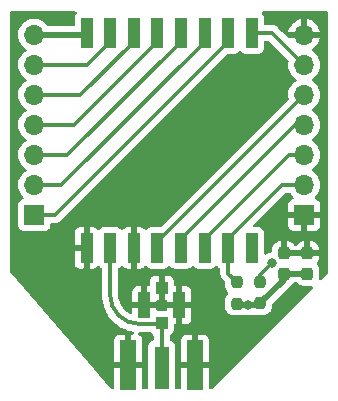
<source format=gtl>
G04 #@! TF.GenerationSoftware,KiCad,Pcbnew,6.0.7+dfsg-1build1*
G04 #@! TF.CreationDate,2022-12-04T12:15:17+01:00*
G04 #@! TF.ProjectId,rfm69w,72666d36-3977-42e6-9b69-6361645f7063,1*
G04 #@! TF.SameCoordinates,Original*
G04 #@! TF.FileFunction,Copper,L1,Top*
G04 #@! TF.FilePolarity,Positive*
%FSLAX46Y46*%
G04 Gerber Fmt 4.6, Leading zero omitted, Abs format (unit mm)*
G04 Created by KiCad (PCBNEW 6.0.7+dfsg-1build1) date 2022-12-04 12:15:17*
%MOMM*%
%LPD*%
G01*
G04 APERTURE LIST*
G04 Aperture macros list*
%AMRoundRect*
0 Rectangle with rounded corners*
0 $1 Rounding radius*
0 $2 $3 $4 $5 $6 $7 $8 $9 X,Y pos of 4 corners*
0 Add a 4 corners polygon primitive as box body*
4,1,4,$2,$3,$4,$5,$6,$7,$8,$9,$2,$3,0*
0 Add four circle primitives for the rounded corners*
1,1,$1+$1,$2,$3*
1,1,$1+$1,$4,$5*
1,1,$1+$1,$6,$7*
1,1,$1+$1,$8,$9*
0 Add four rect primitives between the rounded corners*
20,1,$1+$1,$2,$3,$4,$5,0*
20,1,$1+$1,$4,$5,$6,$7,0*
20,1,$1+$1,$6,$7,$8,$9,0*
20,1,$1+$1,$8,$9,$2,$3,0*%
G04 Aperture macros list end*
G04 #@! TA.AperFunction,SMDPad,CuDef*
%ADD10RoundRect,0.237500X0.237500X-0.300000X0.237500X0.300000X-0.237500X0.300000X-0.237500X-0.300000X0*%
G04 #@! TD*
G04 #@! TA.AperFunction,SMDPad,CuDef*
%ADD11R,1.270000X3.600000*%
G04 #@! TD*
G04 #@! TA.AperFunction,SMDPad,CuDef*
%ADD12R,1.350000X4.200000*%
G04 #@! TD*
G04 #@! TA.AperFunction,SMDPad,CuDef*
%ADD13R,1.000000X2.500000*%
G04 #@! TD*
G04 #@! TA.AperFunction,SMDPad,CuDef*
%ADD14RoundRect,0.237500X0.237500X-0.250000X0.237500X0.250000X-0.237500X0.250000X-0.237500X-0.250000X0*%
G04 #@! TD*
G04 #@! TA.AperFunction,SMDPad,CuDef*
%ADD15R,1.000000X1.000000*%
G04 #@! TD*
G04 #@! TA.AperFunction,SMDPad,CuDef*
%ADD16R,1.050000X2.200000*%
G04 #@! TD*
G04 #@! TA.AperFunction,ComponentPad*
%ADD17R,1.700000X1.700000*%
G04 #@! TD*
G04 #@! TA.AperFunction,ComponentPad*
%ADD18O,1.700000X1.700000*%
G04 #@! TD*
G04 #@! TA.AperFunction,ViaPad*
%ADD19C,0.800000*%
G04 #@! TD*
G04 #@! TA.AperFunction,Conductor*
%ADD20C,0.300000*%
G04 #@! TD*
G04 #@! TA.AperFunction,Conductor*
%ADD21C,0.500000*%
G04 #@! TD*
G04 #@! TA.AperFunction,Conductor*
%ADD22C,0.360000*%
G04 #@! TD*
G04 APERTURE END LIST*
D10*
X112710000Y-67177500D03*
X112710000Y-65452500D03*
D11*
X100365000Y-75150000D03*
D12*
X97540000Y-74950000D03*
X103190000Y-74950000D03*
D13*
X108000000Y-46800000D03*
X106000000Y-46800000D03*
X104000000Y-46800000D03*
X102000000Y-46800000D03*
X100000000Y-46800000D03*
X98000000Y-46800000D03*
X96000000Y-46800000D03*
X94000000Y-46800000D03*
X94000000Y-65000000D03*
X96000000Y-65000000D03*
X98000000Y-65000000D03*
X100000000Y-65000000D03*
X102000000Y-65000000D03*
X104000000Y-65000000D03*
X106000000Y-65000000D03*
X108000000Y-65000000D03*
D14*
X108710000Y-69710000D03*
X108710000Y-67885000D03*
D10*
X110710000Y-67177500D03*
X110710000Y-65452500D03*
D14*
X106710000Y-69727500D03*
X106710000Y-67902500D03*
D15*
X100365000Y-71370000D03*
D16*
X98890000Y-69870000D03*
D15*
X100365000Y-68370000D03*
D16*
X101840000Y-69870000D03*
D17*
X112430000Y-62215000D03*
D18*
X112430000Y-59675000D03*
X112430000Y-57135000D03*
X112430000Y-54595000D03*
X112430000Y-52055000D03*
X112430000Y-49515000D03*
X112430000Y-46975000D03*
D17*
X89570000Y-62215000D03*
D18*
X89570000Y-59675000D03*
X89570000Y-57135000D03*
X89570000Y-54595000D03*
X89570000Y-52055000D03*
X89570000Y-49515000D03*
X89570000Y-46975000D03*
D19*
X88300000Y-64815000D03*
X105445000Y-74975000D03*
X103540000Y-71800000D03*
X109890000Y-49575000D03*
X97190000Y-68625000D03*
X90840000Y-64815000D03*
X103540000Y-68625000D03*
X95285000Y-74975000D03*
X109710000Y-66315000D03*
X107710000Y-69815000D03*
D20*
X111115000Y-57135000D02*
X112430000Y-57135000D01*
X104000000Y-65000000D02*
X104000000Y-64250000D01*
X104000000Y-64250000D02*
X111115000Y-57135000D01*
X102000000Y-65000000D02*
X102000000Y-64250000D01*
X111655000Y-54595000D02*
X112430000Y-54595000D01*
X102000000Y-64250000D02*
X111655000Y-54595000D01*
X100000000Y-64485000D02*
X112430000Y-52055000D01*
X100000000Y-65000000D02*
X100000000Y-64485000D01*
X110575000Y-59675000D02*
X112430000Y-59675000D01*
X106000000Y-64250000D02*
X110575000Y-59675000D01*
X106710000Y-67902500D02*
X106000000Y-67192500D01*
X106000000Y-67192500D02*
X106000000Y-65000000D01*
X106000000Y-65000000D02*
X106000000Y-64250000D01*
X108710000Y-67315000D02*
X109710000Y-66315000D01*
X108000000Y-46800000D02*
X109715000Y-46800000D01*
X109715000Y-46800000D02*
X112430000Y-49515000D01*
X108710000Y-67885000D02*
X108710000Y-67315000D01*
X96000000Y-46800000D02*
X96000000Y-47550000D01*
X96000000Y-47550000D02*
X94000000Y-49550000D01*
X94000000Y-49550000D02*
X89570000Y-49550000D01*
X102000000Y-47550000D02*
X92380000Y-57170000D01*
X102000000Y-46800000D02*
X102000000Y-47550000D01*
X92380000Y-57170000D02*
X89570000Y-57170000D01*
X104000000Y-46800000D02*
X104000000Y-47550000D01*
X104000000Y-47550000D02*
X91840000Y-59710000D01*
X91840000Y-59710000D02*
X89570000Y-59710000D01*
X106000000Y-46800000D02*
X106000000Y-47550000D01*
X91300000Y-62250000D02*
X89570000Y-62250000D01*
X106000000Y-47550000D02*
X91300000Y-62250000D01*
D21*
X107710000Y-69815000D02*
X106797500Y-69815000D01*
X93790000Y-47010000D02*
X94000000Y-46800000D01*
X108710000Y-69710000D02*
X110710000Y-67710000D01*
X108605000Y-69815000D02*
X108710000Y-69710000D01*
X89570000Y-47010000D02*
X93790000Y-47010000D01*
X107710000Y-69815000D02*
X108605000Y-69815000D01*
X110710000Y-67177500D02*
X112710000Y-67177500D01*
X106797500Y-69815000D02*
X106710000Y-69727500D01*
X110710000Y-67710000D02*
X110710000Y-67177500D01*
D20*
X98000000Y-46800000D02*
X98000000Y-47550000D01*
X98000000Y-47550000D02*
X93460000Y-52090000D01*
X93460000Y-52090000D02*
X89570000Y-52090000D01*
X92920000Y-54630000D02*
X89570000Y-54630000D01*
X100000000Y-46800000D02*
X100000000Y-47550000D01*
X100000000Y-47550000D02*
X92920000Y-54630000D01*
D22*
X96000000Y-68974695D02*
X96000000Y-65000000D01*
X100228431Y-71450000D02*
X98475304Y-71450000D01*
X100365000Y-71426568D02*
X100365000Y-75150000D01*
X98475304Y-71449997D02*
G75*
G02*
X96725001Y-70724999I-4J2475297D01*
G01*
X96724999Y-70725001D02*
G75*
G02*
X96000000Y-68974695I1750301J1750301D01*
G01*
X100228431Y-71450013D02*
G75*
G03*
X100325000Y-71410000I-31J136613D01*
G01*
X100325054Y-71410054D02*
G75*
G02*
X100365000Y-71426568I16546J-16546D01*
G01*
G04 #@! TA.AperFunction,Conductor*
G36*
X93110708Y-44998502D02*
G01*
X93157201Y-45052158D01*
X93167305Y-45122432D01*
X93138558Y-45185375D01*
X93136739Y-45186739D01*
X93049385Y-45303295D01*
X92998255Y-45439684D01*
X92991500Y-45501866D01*
X92991500Y-46125500D01*
X92971498Y-46193621D01*
X92917842Y-46240114D01*
X92865500Y-46251500D01*
X90788582Y-46251500D01*
X90720461Y-46231498D01*
X90682791Y-46193941D01*
X90652824Y-46147620D01*
X90652822Y-46147617D01*
X90650014Y-46143277D01*
X90499670Y-45978051D01*
X90495619Y-45974852D01*
X90495615Y-45974848D01*
X90328414Y-45842800D01*
X90328410Y-45842798D01*
X90324359Y-45839598D01*
X90288028Y-45819542D01*
X90272136Y-45810769D01*
X90128789Y-45731638D01*
X90123920Y-45729914D01*
X90123916Y-45729912D01*
X89923087Y-45658795D01*
X89923083Y-45658794D01*
X89918212Y-45657069D01*
X89913119Y-45656162D01*
X89913116Y-45656161D01*
X89703373Y-45618800D01*
X89703367Y-45618799D01*
X89698284Y-45617894D01*
X89624452Y-45616992D01*
X89480081Y-45615228D01*
X89480079Y-45615228D01*
X89474911Y-45615165D01*
X89254091Y-45648955D01*
X89041756Y-45718357D01*
X88843607Y-45821507D01*
X88839474Y-45824610D01*
X88839471Y-45824612D01*
X88815247Y-45842800D01*
X88664965Y-45955635D01*
X88510629Y-46117138D01*
X88507715Y-46121410D01*
X88507714Y-46121411D01*
X88450609Y-46205124D01*
X88384743Y-46301680D01*
X88290688Y-46504305D01*
X88230989Y-46719570D01*
X88207251Y-46941695D01*
X88220110Y-47164715D01*
X88221247Y-47169761D01*
X88221248Y-47169767D01*
X88234597Y-47229000D01*
X88269222Y-47382639D01*
X88315011Y-47495405D01*
X88351189Y-47584500D01*
X88353266Y-47589616D01*
X88469987Y-47780088D01*
X88616250Y-47948938D01*
X88788126Y-48091632D01*
X88858595Y-48132811D01*
X88861445Y-48134476D01*
X88910169Y-48186114D01*
X88923240Y-48255897D01*
X88896509Y-48321669D01*
X88856055Y-48355027D01*
X88843607Y-48361507D01*
X88839474Y-48364610D01*
X88839471Y-48364612D01*
X88774677Y-48413261D01*
X88664965Y-48495635D01*
X88510629Y-48657138D01*
X88507715Y-48661410D01*
X88507714Y-48661411D01*
X88435678Y-48767012D01*
X88384743Y-48841680D01*
X88290688Y-49044305D01*
X88230989Y-49259570D01*
X88207251Y-49481695D01*
X88207548Y-49486848D01*
X88207548Y-49486851D01*
X88213011Y-49581590D01*
X88220110Y-49704715D01*
X88221247Y-49709761D01*
X88221248Y-49709767D01*
X88241119Y-49797939D01*
X88269222Y-49922639D01*
X88353266Y-50129616D01*
X88469987Y-50320088D01*
X88616250Y-50488938D01*
X88788126Y-50631632D01*
X88858595Y-50672811D01*
X88861445Y-50674476D01*
X88910169Y-50726114D01*
X88923240Y-50795897D01*
X88896509Y-50861669D01*
X88856055Y-50895027D01*
X88843607Y-50901507D01*
X88839474Y-50904610D01*
X88839471Y-50904612D01*
X88815247Y-50922800D01*
X88664965Y-51035635D01*
X88510629Y-51197138D01*
X88384743Y-51381680D01*
X88290688Y-51584305D01*
X88230989Y-51799570D01*
X88207251Y-52021695D01*
X88207548Y-52026848D01*
X88207548Y-52026851D01*
X88213011Y-52121590D01*
X88220110Y-52244715D01*
X88221247Y-52249761D01*
X88221248Y-52249767D01*
X88241119Y-52337939D01*
X88269222Y-52462639D01*
X88353266Y-52669616D01*
X88469987Y-52860088D01*
X88616250Y-53028938D01*
X88788126Y-53171632D01*
X88858595Y-53212811D01*
X88861445Y-53214476D01*
X88910169Y-53266114D01*
X88923240Y-53335897D01*
X88896509Y-53401669D01*
X88856055Y-53435027D01*
X88843607Y-53441507D01*
X88839474Y-53444610D01*
X88839471Y-53444612D01*
X88815247Y-53462800D01*
X88664965Y-53575635D01*
X88510629Y-53737138D01*
X88384743Y-53921680D01*
X88290688Y-54124305D01*
X88230989Y-54339570D01*
X88207251Y-54561695D01*
X88207548Y-54566848D01*
X88207548Y-54566851D01*
X88213011Y-54661590D01*
X88220110Y-54784715D01*
X88221247Y-54789761D01*
X88221248Y-54789767D01*
X88241119Y-54877939D01*
X88269222Y-55002639D01*
X88353266Y-55209616D01*
X88469987Y-55400088D01*
X88616250Y-55568938D01*
X88788126Y-55711632D01*
X88858595Y-55752811D01*
X88861445Y-55754476D01*
X88910169Y-55806114D01*
X88923240Y-55875897D01*
X88896509Y-55941669D01*
X88856055Y-55975027D01*
X88843607Y-55981507D01*
X88839474Y-55984610D01*
X88839471Y-55984612D01*
X88815247Y-56002800D01*
X88664965Y-56115635D01*
X88510629Y-56277138D01*
X88384743Y-56461680D01*
X88290688Y-56664305D01*
X88230989Y-56879570D01*
X88207251Y-57101695D01*
X88207548Y-57106848D01*
X88207548Y-57106851D01*
X88213011Y-57201590D01*
X88220110Y-57324715D01*
X88221247Y-57329761D01*
X88221248Y-57329767D01*
X88241119Y-57417939D01*
X88269222Y-57542639D01*
X88353266Y-57749616D01*
X88469987Y-57940088D01*
X88616250Y-58108938D01*
X88788126Y-58251632D01*
X88858595Y-58292811D01*
X88861445Y-58294476D01*
X88910169Y-58346114D01*
X88923240Y-58415897D01*
X88896509Y-58481669D01*
X88856055Y-58515027D01*
X88843607Y-58521507D01*
X88839474Y-58524610D01*
X88839471Y-58524612D01*
X88815247Y-58542800D01*
X88664965Y-58655635D01*
X88510629Y-58817138D01*
X88384743Y-59001680D01*
X88354954Y-59065855D01*
X88315642Y-59150547D01*
X88290688Y-59204305D01*
X88230989Y-59419570D01*
X88207251Y-59641695D01*
X88207548Y-59646848D01*
X88207548Y-59646851D01*
X88213011Y-59741590D01*
X88220110Y-59864715D01*
X88221247Y-59869761D01*
X88221248Y-59869767D01*
X88241119Y-59957939D01*
X88269222Y-60082639D01*
X88353266Y-60289616D01*
X88355965Y-60294020D01*
X88467291Y-60475688D01*
X88469987Y-60480088D01*
X88616250Y-60648938D01*
X88620230Y-60652242D01*
X88624981Y-60656187D01*
X88664616Y-60715090D01*
X88666113Y-60786071D01*
X88628997Y-60846593D01*
X88588725Y-60871112D01*
X88500095Y-60904338D01*
X88473295Y-60914385D01*
X88356739Y-61001739D01*
X88269385Y-61118295D01*
X88218255Y-61254684D01*
X88211500Y-61316866D01*
X88211500Y-63113134D01*
X88218255Y-63175316D01*
X88269385Y-63311705D01*
X88356739Y-63428261D01*
X88473295Y-63515615D01*
X88609684Y-63566745D01*
X88671866Y-63573500D01*
X90468134Y-63573500D01*
X90530316Y-63566745D01*
X90666705Y-63515615D01*
X90783261Y-63428261D01*
X90870615Y-63311705D01*
X90921745Y-63175316D01*
X90928500Y-63113134D01*
X90928500Y-63034500D01*
X90948502Y-62966379D01*
X91002158Y-62919886D01*
X91054500Y-62908500D01*
X91217944Y-62908500D01*
X91229800Y-62909059D01*
X91229803Y-62909059D01*
X91237537Y-62910788D01*
X91308369Y-62908562D01*
X91312327Y-62908500D01*
X91341432Y-62908500D01*
X91345832Y-62907944D01*
X91357664Y-62907012D01*
X91403831Y-62905562D01*
X91424421Y-62899580D01*
X91443782Y-62895570D01*
X91450770Y-62894688D01*
X91457204Y-62893875D01*
X91457205Y-62893875D01*
X91465064Y-62892882D01*
X91472429Y-62889966D01*
X91472433Y-62889965D01*
X91508021Y-62875874D01*
X91519231Y-62872035D01*
X91563600Y-62859145D01*
X91582065Y-62848225D01*
X91599805Y-62839534D01*
X91619756Y-62831635D01*
X91657129Y-62804482D01*
X91667048Y-62797967D01*
X91699977Y-62778493D01*
X91699981Y-62778490D01*
X91706807Y-62774453D01*
X91721971Y-62759289D01*
X91737005Y-62746448D01*
X91747943Y-62738501D01*
X91754357Y-62733841D01*
X91783803Y-62698247D01*
X91791792Y-62689468D01*
X98803411Y-55677849D01*
X105885854Y-48595405D01*
X105948166Y-48561379D01*
X105974949Y-48558500D01*
X106548134Y-48558500D01*
X106610316Y-48551745D01*
X106746705Y-48500615D01*
X106863261Y-48413261D01*
X106899176Y-48365340D01*
X106956033Y-48322827D01*
X107026851Y-48317801D01*
X107089145Y-48351861D01*
X107100817Y-48365330D01*
X107136739Y-48413261D01*
X107253295Y-48500615D01*
X107389684Y-48551745D01*
X107451866Y-48558500D01*
X108548134Y-48558500D01*
X108610316Y-48551745D01*
X108746705Y-48500615D01*
X108863261Y-48413261D01*
X108950615Y-48296705D01*
X109001745Y-48160316D01*
X109008500Y-48098134D01*
X109008500Y-47584500D01*
X109028502Y-47516379D01*
X109082158Y-47469886D01*
X109134500Y-47458500D01*
X109390050Y-47458500D01*
X109458171Y-47478502D01*
X109479145Y-47495405D01*
X111072101Y-49088361D01*
X111106127Y-49150673D01*
X111104424Y-49211125D01*
X111090989Y-49259570D01*
X111067251Y-49481695D01*
X111067548Y-49486848D01*
X111067548Y-49486851D01*
X111073011Y-49581590D01*
X111080110Y-49704715D01*
X111081247Y-49709761D01*
X111081248Y-49709767D01*
X111101119Y-49797939D01*
X111129222Y-49922639D01*
X111213266Y-50129616D01*
X111329987Y-50320088D01*
X111476250Y-50488938D01*
X111648126Y-50631632D01*
X111718595Y-50672811D01*
X111721445Y-50674476D01*
X111770169Y-50726114D01*
X111783240Y-50795897D01*
X111756509Y-50861669D01*
X111716055Y-50895027D01*
X111703607Y-50901507D01*
X111699474Y-50904610D01*
X111699471Y-50904612D01*
X111675247Y-50922800D01*
X111524965Y-51035635D01*
X111370629Y-51197138D01*
X111244743Y-51381680D01*
X111150688Y-51584305D01*
X111090989Y-51799570D01*
X111067251Y-52021695D01*
X111067548Y-52026848D01*
X111067548Y-52026851D01*
X111073011Y-52121590D01*
X111080110Y-52244715D01*
X111081247Y-52249762D01*
X111081248Y-52249766D01*
X111095635Y-52313606D01*
X111102276Y-52343069D01*
X111106951Y-52363815D01*
X111102415Y-52434666D01*
X111073129Y-52480611D01*
X100349145Y-63204595D01*
X100286833Y-63238621D01*
X100260050Y-63241500D01*
X99451866Y-63241500D01*
X99389684Y-63248255D01*
X99253295Y-63299385D01*
X99136739Y-63386739D01*
X99131358Y-63393919D01*
X99100514Y-63435074D01*
X99043655Y-63477589D01*
X98972836Y-63482615D01*
X98910543Y-63448555D01*
X98898862Y-63435075D01*
X98868283Y-63394274D01*
X98855724Y-63381715D01*
X98753649Y-63305214D01*
X98738054Y-63296676D01*
X98617606Y-63251522D01*
X98602351Y-63247895D01*
X98551486Y-63242369D01*
X98544672Y-63242000D01*
X98272115Y-63242000D01*
X98256876Y-63246475D01*
X98255671Y-63247865D01*
X98254000Y-63255548D01*
X98254000Y-66739884D01*
X98258475Y-66755123D01*
X98259865Y-66756328D01*
X98267548Y-66757999D01*
X98544669Y-66757999D01*
X98551490Y-66757629D01*
X98602352Y-66752105D01*
X98617604Y-66748479D01*
X98738054Y-66703324D01*
X98753649Y-66694786D01*
X98855724Y-66618285D01*
X98868283Y-66605726D01*
X98898862Y-66564925D01*
X98955722Y-66522411D01*
X99026540Y-66517386D01*
X99088834Y-66551446D01*
X99100513Y-66564925D01*
X99136739Y-66613261D01*
X99253295Y-66700615D01*
X99389684Y-66751745D01*
X99451866Y-66758500D01*
X100548134Y-66758500D01*
X100610316Y-66751745D01*
X100746705Y-66700615D01*
X100863261Y-66613261D01*
X100899176Y-66565340D01*
X100956033Y-66522827D01*
X101026851Y-66517801D01*
X101089145Y-66551861D01*
X101100817Y-66565330D01*
X101136739Y-66613261D01*
X101253295Y-66700615D01*
X101389684Y-66751745D01*
X101451866Y-66758500D01*
X102548134Y-66758500D01*
X102610316Y-66751745D01*
X102746705Y-66700615D01*
X102863261Y-66613261D01*
X102899176Y-66565340D01*
X102956033Y-66522827D01*
X103026851Y-66517801D01*
X103089145Y-66551861D01*
X103100817Y-66565330D01*
X103136739Y-66613261D01*
X103253295Y-66700615D01*
X103389684Y-66751745D01*
X103451866Y-66758500D01*
X104548134Y-66758500D01*
X104610316Y-66751745D01*
X104746705Y-66700615D01*
X104863261Y-66613261D01*
X104899176Y-66565340D01*
X104956033Y-66522827D01*
X105026851Y-66517801D01*
X105089145Y-66551861D01*
X105100817Y-66565330D01*
X105136739Y-66613261D01*
X105253295Y-66700615D01*
X105261704Y-66703767D01*
X105269575Y-66708077D01*
X105268664Y-66709741D01*
X105316490Y-66745663D01*
X105341193Y-66812224D01*
X105341500Y-66821009D01*
X105341500Y-67110444D01*
X105340941Y-67122300D01*
X105339212Y-67130037D01*
X105339461Y-67137959D01*
X105341438Y-67200869D01*
X105341500Y-67204827D01*
X105341500Y-67233932D01*
X105342056Y-67238332D01*
X105342988Y-67250164D01*
X105344438Y-67296331D01*
X105350039Y-67315607D01*
X105350419Y-67316916D01*
X105354430Y-67336282D01*
X105357118Y-67357564D01*
X105360034Y-67364929D01*
X105360035Y-67364933D01*
X105374126Y-67400521D01*
X105377965Y-67411731D01*
X105390855Y-67456100D01*
X105401775Y-67474565D01*
X105410466Y-67492305D01*
X105418365Y-67512256D01*
X105431454Y-67530271D01*
X105445516Y-67549626D01*
X105452033Y-67559548D01*
X105471507Y-67592477D01*
X105471510Y-67592481D01*
X105475547Y-67599307D01*
X105490711Y-67614471D01*
X105503551Y-67629504D01*
X105516159Y-67646857D01*
X105537319Y-67664362D01*
X105551752Y-67676302D01*
X105560532Y-67684292D01*
X105689595Y-67813355D01*
X105723621Y-67875667D01*
X105726500Y-67902450D01*
X105726500Y-68202072D01*
X105726837Y-68205318D01*
X105726837Y-68205322D01*
X105735315Y-68287026D01*
X105737293Y-68306093D01*
X105792346Y-68471107D01*
X105883884Y-68619031D01*
X105889066Y-68624204D01*
X105990786Y-68725747D01*
X106024865Y-68788030D01*
X106019862Y-68858850D01*
X105990941Y-68903937D01*
X105888246Y-69006812D01*
X105888242Y-69006817D01*
X105883071Y-69011997D01*
X105791791Y-69160080D01*
X105737026Y-69325191D01*
X105736326Y-69332027D01*
X105736325Y-69332030D01*
X105731615Y-69378000D01*
X105726500Y-69427928D01*
X105726500Y-70027072D01*
X105737293Y-70131093D01*
X105739474Y-70137629D01*
X105739474Y-70137631D01*
X105754938Y-70183983D01*
X105792346Y-70296107D01*
X105883884Y-70444031D01*
X105889066Y-70449204D01*
X106001816Y-70561758D01*
X106001821Y-70561762D01*
X106006997Y-70566929D01*
X106013227Y-70570769D01*
X106013228Y-70570770D01*
X106137451Y-70647342D01*
X106155080Y-70658209D01*
X106320191Y-70712974D01*
X106327027Y-70713674D01*
X106327030Y-70713675D01*
X106378526Y-70718951D01*
X106422928Y-70723500D01*
X106997072Y-70723500D01*
X107000318Y-70723163D01*
X107000322Y-70723163D01*
X107094235Y-70713419D01*
X107094239Y-70713418D01*
X107101093Y-70712707D01*
X107107629Y-70710526D01*
X107107631Y-70710526D01*
X107187756Y-70683794D01*
X107266107Y-70657654D01*
X107266110Y-70657664D01*
X107333275Y-70647342D01*
X107367801Y-70657120D01*
X107427712Y-70683794D01*
X107521112Y-70703647D01*
X107608056Y-70722128D01*
X107608061Y-70722128D01*
X107614513Y-70723500D01*
X107805487Y-70723500D01*
X107811939Y-70722128D01*
X107811944Y-70722128D01*
X107898888Y-70703647D01*
X107992288Y-70683794D01*
X108049940Y-70658126D01*
X108072656Y-70648012D01*
X108143023Y-70638578D01*
X108163572Y-70643526D01*
X108213147Y-70659969D01*
X108320191Y-70695474D01*
X108327027Y-70696174D01*
X108327030Y-70696175D01*
X108370359Y-70700614D01*
X108422928Y-70706000D01*
X108997072Y-70706000D01*
X109000318Y-70705663D01*
X109000322Y-70705663D01*
X109094235Y-70695919D01*
X109094239Y-70695918D01*
X109101093Y-70695207D01*
X109107629Y-70693026D01*
X109107631Y-70693026D01*
X109259159Y-70642472D01*
X109266107Y-70640154D01*
X109414031Y-70548616D01*
X109491968Y-70470543D01*
X109531758Y-70430684D01*
X109531762Y-70430679D01*
X109536929Y-70425503D01*
X109588711Y-70341498D01*
X109624369Y-70283650D01*
X109624370Y-70283648D01*
X109628209Y-70277420D01*
X109682974Y-70112309D01*
X109693500Y-70009572D01*
X109693500Y-69851371D01*
X109713502Y-69783250D01*
X109730405Y-69762276D01*
X111198911Y-68293770D01*
X111213323Y-68281384D01*
X111224918Y-68272851D01*
X111224923Y-68272846D01*
X111230818Y-68268508D01*
X111235557Y-68262930D01*
X111235560Y-68262927D01*
X111265035Y-68228232D01*
X111271965Y-68220716D01*
X111277660Y-68215021D01*
X111295281Y-68192749D01*
X111298072Y-68189345D01*
X111340591Y-68139297D01*
X111340592Y-68139295D01*
X111345333Y-68133715D01*
X111348663Y-68127194D01*
X111352033Y-68122141D01*
X111354064Y-68118853D01*
X111356018Y-68116897D01*
X111359135Y-68112042D01*
X111359713Y-68111311D01*
X111360767Y-68112144D01*
X111394964Y-68077916D01*
X111407805Y-68069970D01*
X111407812Y-68069964D01*
X111414031Y-68066116D01*
X111419204Y-68060934D01*
X111507002Y-67972983D01*
X111569284Y-67938903D01*
X111596175Y-67936000D01*
X111823712Y-67936000D01*
X111891833Y-67956002D01*
X111912729Y-67972827D01*
X112001812Y-68061754D01*
X112001817Y-68061758D01*
X112006997Y-68066929D01*
X112013227Y-68070769D01*
X112013228Y-68070770D01*
X112115344Y-68133715D01*
X112155080Y-68158209D01*
X112320191Y-68212974D01*
X112327027Y-68213674D01*
X112327030Y-68213675D01*
X112378526Y-68218951D01*
X112422928Y-68223500D01*
X112997072Y-68223500D01*
X113000315Y-68223164D01*
X113000325Y-68223163D01*
X113045921Y-68218432D01*
X113115742Y-68231297D01*
X113167524Y-68279868D01*
X113184826Y-68348725D01*
X113162155Y-68416004D01*
X113148019Y-68432854D01*
X104636278Y-76944595D01*
X104573966Y-76978621D01*
X104547183Y-76981500D01*
X104499000Y-76981500D01*
X104430879Y-76961498D01*
X104384386Y-76907842D01*
X104373000Y-76855500D01*
X104373000Y-75222115D01*
X104368525Y-75206876D01*
X104367135Y-75205671D01*
X104359452Y-75204000D01*
X102025116Y-75204000D01*
X102009877Y-75208475D01*
X102008672Y-75209865D01*
X102007001Y-75217548D01*
X102007001Y-76855500D01*
X101986999Y-76923621D01*
X101933343Y-76970114D01*
X101881001Y-76981500D01*
X101634500Y-76981500D01*
X101566379Y-76961498D01*
X101519886Y-76907842D01*
X101508500Y-76855500D01*
X101508500Y-74677885D01*
X102007000Y-74677885D01*
X102011475Y-74693124D01*
X102012865Y-74694329D01*
X102020548Y-74696000D01*
X102917885Y-74696000D01*
X102933124Y-74691525D01*
X102934329Y-74690135D01*
X102936000Y-74682452D01*
X102936000Y-74677885D01*
X103444000Y-74677885D01*
X103448475Y-74693124D01*
X103449865Y-74694329D01*
X103457548Y-74696000D01*
X104354884Y-74696000D01*
X104370123Y-74691525D01*
X104371328Y-74690135D01*
X104372999Y-74682452D01*
X104372999Y-72805331D01*
X104372629Y-72798510D01*
X104367105Y-72747648D01*
X104363479Y-72732396D01*
X104318324Y-72611946D01*
X104309786Y-72596351D01*
X104233285Y-72494276D01*
X104220724Y-72481715D01*
X104118649Y-72405214D01*
X104103054Y-72396676D01*
X103982606Y-72351522D01*
X103967351Y-72347895D01*
X103916486Y-72342369D01*
X103909672Y-72342000D01*
X103462115Y-72342000D01*
X103446876Y-72346475D01*
X103445671Y-72347865D01*
X103444000Y-72355548D01*
X103444000Y-74677885D01*
X102936000Y-74677885D01*
X102936000Y-72360116D01*
X102931525Y-72344877D01*
X102930135Y-72343672D01*
X102922452Y-72342001D01*
X102470331Y-72342001D01*
X102463510Y-72342371D01*
X102412648Y-72347895D01*
X102397396Y-72351521D01*
X102276946Y-72396676D01*
X102261351Y-72405214D01*
X102159276Y-72481715D01*
X102146715Y-72494276D01*
X102070214Y-72596351D01*
X102061676Y-72611946D01*
X102016522Y-72732394D01*
X102012895Y-72747649D01*
X102007369Y-72798514D01*
X102007000Y-72805328D01*
X102007000Y-74677885D01*
X101508500Y-74677885D01*
X101508500Y-73301866D01*
X101501745Y-73239684D01*
X101450615Y-73103295D01*
X101363261Y-72986739D01*
X101246705Y-72899385D01*
X101238296Y-72896233D01*
X101238295Y-72896232D01*
X101135271Y-72857610D01*
X101078506Y-72814969D01*
X101053806Y-72748407D01*
X101053500Y-72739628D01*
X101053500Y-72425695D01*
X101073502Y-72357574D01*
X101112301Y-72321410D01*
X101111705Y-72320615D01*
X101221081Y-72238642D01*
X101228261Y-72233261D01*
X101315615Y-72116705D01*
X101366745Y-71980316D01*
X101373500Y-71918134D01*
X101373500Y-71604000D01*
X101393502Y-71535879D01*
X101447158Y-71489386D01*
X101499500Y-71478000D01*
X101567885Y-71478000D01*
X101583124Y-71473525D01*
X101584329Y-71472135D01*
X101586000Y-71464452D01*
X101586000Y-71459884D01*
X102094000Y-71459884D01*
X102098475Y-71475123D01*
X102099865Y-71476328D01*
X102107548Y-71477999D01*
X102409669Y-71477999D01*
X102416490Y-71477629D01*
X102467352Y-71472105D01*
X102482604Y-71468479D01*
X102603054Y-71423324D01*
X102618649Y-71414786D01*
X102720724Y-71338285D01*
X102733285Y-71325724D01*
X102809786Y-71223649D01*
X102818324Y-71208054D01*
X102863478Y-71087606D01*
X102867105Y-71072351D01*
X102872631Y-71021486D01*
X102873000Y-71014672D01*
X102873000Y-70142115D01*
X102868525Y-70126876D01*
X102867135Y-70125671D01*
X102859452Y-70124000D01*
X102112115Y-70124000D01*
X102096876Y-70128475D01*
X102095671Y-70129865D01*
X102094000Y-70137548D01*
X102094000Y-71459884D01*
X101586000Y-71459884D01*
X101586000Y-70142115D01*
X101581525Y-70126876D01*
X101580135Y-70125671D01*
X101572452Y-70124000D01*
X100825115Y-70124000D01*
X100809876Y-70128475D01*
X100808671Y-70129865D01*
X100807000Y-70137548D01*
X100807000Y-70235500D01*
X100786998Y-70303621D01*
X100733342Y-70350114D01*
X100681000Y-70361500D01*
X100048999Y-70361500D01*
X99980878Y-70341498D01*
X99934385Y-70287842D01*
X99922999Y-70235500D01*
X99922999Y-70142116D01*
X99918524Y-70126876D01*
X99917134Y-70125671D01*
X99909451Y-70124000D01*
X97875116Y-70124000D01*
X97859877Y-70128475D01*
X97858672Y-70129865D01*
X97857001Y-70137548D01*
X97857001Y-70455151D01*
X97836999Y-70523272D01*
X97783343Y-70569765D01*
X97713069Y-70579869D01*
X97675273Y-70568157D01*
X97589310Y-70525765D01*
X97575036Y-70517524D01*
X97394437Y-70396852D01*
X97381361Y-70386819D01*
X97270001Y-70289159D01*
X97243995Y-70266352D01*
X97227115Y-70248328D01*
X97220528Y-70239744D01*
X97214597Y-70234992D01*
X97204646Y-70227019D01*
X97188697Y-70211765D01*
X97063179Y-70068640D01*
X97053146Y-70055564D01*
X96932473Y-69874965D01*
X96924232Y-69860691D01*
X96828163Y-69665882D01*
X96821856Y-69650655D01*
X96803943Y-69597885D01*
X97857000Y-69597885D01*
X97861475Y-69613124D01*
X97862865Y-69614329D01*
X97870548Y-69616000D01*
X98617885Y-69616000D01*
X98633124Y-69611525D01*
X98634329Y-69610135D01*
X98636000Y-69602452D01*
X98636000Y-69597885D01*
X99144000Y-69597885D01*
X99148475Y-69613124D01*
X99149865Y-69614329D01*
X99157548Y-69616000D01*
X99904884Y-69616000D01*
X99920123Y-69611525D01*
X99921328Y-69610135D01*
X99922999Y-69602452D01*
X99922999Y-69504000D01*
X99943001Y-69435879D01*
X99996657Y-69389386D01*
X100048999Y-69378000D01*
X100092885Y-69378000D01*
X100108124Y-69373525D01*
X100109329Y-69372135D01*
X100111000Y-69364452D01*
X100111000Y-69359884D01*
X100619000Y-69359884D01*
X100623475Y-69375123D01*
X100624865Y-69376328D01*
X100632548Y-69377999D01*
X100681000Y-69377999D01*
X100749121Y-69398001D01*
X100795614Y-69451657D01*
X100807000Y-69503999D01*
X100807000Y-69597885D01*
X100811475Y-69613124D01*
X100812865Y-69614329D01*
X100820548Y-69616000D01*
X101567885Y-69616000D01*
X101583124Y-69611525D01*
X101584329Y-69610135D01*
X101586000Y-69602452D01*
X101586000Y-69597885D01*
X102094000Y-69597885D01*
X102098475Y-69613124D01*
X102099865Y-69614329D01*
X102107548Y-69616000D01*
X102854884Y-69616000D01*
X102870123Y-69611525D01*
X102871328Y-69610135D01*
X102872999Y-69602452D01*
X102872999Y-68725331D01*
X102872629Y-68718510D01*
X102867105Y-68667648D01*
X102863479Y-68652396D01*
X102818324Y-68531946D01*
X102809786Y-68516351D01*
X102733285Y-68414276D01*
X102720724Y-68401715D01*
X102618649Y-68325214D01*
X102603054Y-68316676D01*
X102482606Y-68271522D01*
X102467351Y-68267895D01*
X102416486Y-68262369D01*
X102409672Y-68262000D01*
X102112115Y-68262000D01*
X102096876Y-68266475D01*
X102095671Y-68267865D01*
X102094000Y-68275548D01*
X102094000Y-69597885D01*
X101586000Y-69597885D01*
X101586000Y-68280116D01*
X101581525Y-68264877D01*
X101580135Y-68263672D01*
X101572452Y-68262001D01*
X101498999Y-68262001D01*
X101430878Y-68241999D01*
X101384385Y-68188343D01*
X101372999Y-68136001D01*
X101372999Y-67825331D01*
X101372629Y-67818510D01*
X101367105Y-67767648D01*
X101363479Y-67752396D01*
X101318324Y-67631946D01*
X101309786Y-67616351D01*
X101233285Y-67514276D01*
X101220724Y-67501715D01*
X101118649Y-67425214D01*
X101103054Y-67416676D01*
X100982606Y-67371522D01*
X100967351Y-67367895D01*
X100916486Y-67362369D01*
X100909672Y-67362000D01*
X100637115Y-67362000D01*
X100621876Y-67366475D01*
X100620671Y-67367865D01*
X100619000Y-67375548D01*
X100619000Y-69359884D01*
X100111000Y-69359884D01*
X100111000Y-67380116D01*
X100106525Y-67364877D01*
X100105135Y-67363672D01*
X100097452Y-67362001D01*
X99820331Y-67362001D01*
X99813510Y-67362371D01*
X99762648Y-67367895D01*
X99747396Y-67371521D01*
X99626946Y-67416676D01*
X99611351Y-67425214D01*
X99509276Y-67501715D01*
X99496715Y-67514276D01*
X99420214Y-67616351D01*
X99411676Y-67631946D01*
X99366522Y-67752394D01*
X99362895Y-67767649D01*
X99357369Y-67818514D01*
X99357000Y-67825328D01*
X99357000Y-68136000D01*
X99336998Y-68204121D01*
X99283342Y-68250614D01*
X99231000Y-68262000D01*
X99162115Y-68262000D01*
X99146876Y-68266475D01*
X99145671Y-68267865D01*
X99144000Y-68275548D01*
X99144000Y-69597885D01*
X98636000Y-69597885D01*
X98636000Y-68280116D01*
X98631525Y-68264877D01*
X98630135Y-68263672D01*
X98622452Y-68262001D01*
X98320331Y-68262001D01*
X98313510Y-68262371D01*
X98262648Y-68267895D01*
X98247396Y-68271521D01*
X98126946Y-68316676D01*
X98111351Y-68325214D01*
X98009276Y-68401715D01*
X97996715Y-68414276D01*
X97920214Y-68516351D01*
X97911676Y-68531946D01*
X97866522Y-68652394D01*
X97862895Y-68667649D01*
X97857369Y-68718514D01*
X97857000Y-68725328D01*
X97857000Y-69597885D01*
X96803943Y-69597885D01*
X96752038Y-69444978D01*
X96747772Y-69429058D01*
X96705397Y-69216019D01*
X96703246Y-69199678D01*
X96691298Y-69017380D01*
X96692106Y-68992697D01*
X96692527Y-68989495D01*
X96692527Y-68989494D01*
X96693519Y-68981959D01*
X96689261Y-68943392D01*
X96688500Y-68929565D01*
X96688500Y-66805695D01*
X96708502Y-66737574D01*
X96747301Y-66701410D01*
X96746705Y-66700615D01*
X96856081Y-66618642D01*
X96863261Y-66613261D01*
X96899487Y-66564925D01*
X96956345Y-66522411D01*
X97027164Y-66517385D01*
X97089457Y-66551445D01*
X97101138Y-66564925D01*
X97131717Y-66605726D01*
X97144276Y-66618285D01*
X97246351Y-66694786D01*
X97261946Y-66703324D01*
X97382394Y-66748478D01*
X97397649Y-66752105D01*
X97448514Y-66757631D01*
X97455328Y-66758000D01*
X97727885Y-66758000D01*
X97743124Y-66753525D01*
X97744329Y-66752135D01*
X97746000Y-66744452D01*
X97746000Y-63260116D01*
X97741525Y-63244877D01*
X97740135Y-63243672D01*
X97732452Y-63242001D01*
X97455331Y-63242001D01*
X97448510Y-63242371D01*
X97397648Y-63247895D01*
X97382396Y-63251521D01*
X97261946Y-63296676D01*
X97246351Y-63305214D01*
X97144276Y-63381715D01*
X97131717Y-63394274D01*
X97101138Y-63435075D01*
X97044278Y-63477589D01*
X96973460Y-63482614D01*
X96911166Y-63448554D01*
X96899486Y-63435074D01*
X96868642Y-63393919D01*
X96863261Y-63386739D01*
X96746705Y-63299385D01*
X96610316Y-63248255D01*
X96548134Y-63241500D01*
X95451866Y-63241500D01*
X95389684Y-63248255D01*
X95253295Y-63299385D01*
X95136739Y-63386739D01*
X95131358Y-63393919D01*
X95100514Y-63435074D01*
X95043655Y-63477589D01*
X94972836Y-63482615D01*
X94910543Y-63448555D01*
X94898862Y-63435075D01*
X94868283Y-63394274D01*
X94855724Y-63381715D01*
X94753649Y-63305214D01*
X94738054Y-63296676D01*
X94617606Y-63251522D01*
X94602351Y-63247895D01*
X94551486Y-63242369D01*
X94544672Y-63242000D01*
X94272115Y-63242000D01*
X94256876Y-63246475D01*
X94255671Y-63247865D01*
X94254000Y-63255548D01*
X94254000Y-66739884D01*
X94258475Y-66755123D01*
X94259865Y-66756328D01*
X94267548Y-66757999D01*
X94544669Y-66757999D01*
X94551490Y-66757629D01*
X94602352Y-66752105D01*
X94617604Y-66748479D01*
X94738054Y-66703324D01*
X94753649Y-66694786D01*
X94855724Y-66618285D01*
X94868283Y-66605726D01*
X94898862Y-66564925D01*
X94955722Y-66522411D01*
X95026540Y-66517386D01*
X95088834Y-66551446D01*
X95100513Y-66564925D01*
X95136739Y-66613261D01*
X95143919Y-66618642D01*
X95253295Y-66700615D01*
X95252498Y-66701678D01*
X95296155Y-66745433D01*
X95311500Y-66805695D01*
X95311500Y-68916783D01*
X95310243Y-68934536D01*
X95306595Y-68960169D01*
X95306443Y-68974694D01*
X95306938Y-68978782D01*
X95307992Y-68987494D01*
X95308752Y-68996445D01*
X95322784Y-69282086D01*
X95322936Y-69285175D01*
X95368548Y-69592667D01*
X95369298Y-69595661D01*
X95443327Y-69891207D01*
X95443330Y-69891217D01*
X95444079Y-69894207D01*
X95548803Y-70186891D01*
X95626002Y-70350114D01*
X95672868Y-70449204D01*
X95681711Y-70467902D01*
X95683294Y-70470543D01*
X95839934Y-70731882D01*
X95839940Y-70731891D01*
X95841523Y-70734532D01*
X96026699Y-70984214D01*
X96060480Y-71021486D01*
X96208791Y-71185122D01*
X96216190Y-71194084D01*
X96221937Y-71201738D01*
X96221945Y-71201747D01*
X96224418Y-71205041D01*
X96234581Y-71215419D01*
X96240911Y-71220383D01*
X96244737Y-71223383D01*
X96251602Y-71229173D01*
X96358131Y-71325724D01*
X96465788Y-71423298D01*
X96468274Y-71425142D01*
X96468278Y-71425145D01*
X96539545Y-71478000D01*
X96715470Y-71608475D01*
X96718111Y-71610058D01*
X96718120Y-71610064D01*
X96961509Y-71755945D01*
X96982099Y-71768286D01*
X96984878Y-71769600D01*
X96984881Y-71769602D01*
X97260317Y-71899874D01*
X97260326Y-71899878D01*
X97263109Y-71901194D01*
X97409451Y-71953556D01*
X97552886Y-72004878D01*
X97552895Y-72004881D01*
X97555794Y-72005918D01*
X97558784Y-72006667D01*
X97558794Y-72006670D01*
X97830472Y-72074721D01*
X97857333Y-72081449D01*
X97905275Y-72088560D01*
X97924174Y-72091364D01*
X97988623Y-72121145D01*
X98026739Y-72181042D01*
X98026422Y-72252038D01*
X97987773Y-72311592D01*
X97923061Y-72340796D01*
X97905686Y-72342000D01*
X97812115Y-72342000D01*
X97796876Y-72346475D01*
X97795671Y-72347865D01*
X97794000Y-72355548D01*
X97794000Y-74677885D01*
X97798475Y-74693124D01*
X97799865Y-74694329D01*
X97807548Y-74696000D01*
X98704884Y-74696000D01*
X98720123Y-74691525D01*
X98721328Y-74690135D01*
X98722999Y-74682452D01*
X98722999Y-72805331D01*
X98722629Y-72798510D01*
X98717105Y-72747648D01*
X98713479Y-72732396D01*
X98668324Y-72611946D01*
X98659786Y-72596351D01*
X98583285Y-72494276D01*
X98570724Y-72481715D01*
X98468649Y-72405214D01*
X98453054Y-72396676D01*
X98428631Y-72387520D01*
X98371866Y-72344878D01*
X98347167Y-72278316D01*
X98362375Y-72208968D01*
X98412661Y-72158849D01*
X98467146Y-72145300D01*
X98467060Y-72143741D01*
X98471187Y-72143514D01*
X98475305Y-72143557D01*
X98479393Y-72143062D01*
X98479398Y-72143062D01*
X98509549Y-72139413D01*
X98524686Y-72138500D01*
X99367692Y-72138500D01*
X99435813Y-72158502D01*
X99468516Y-72188932D01*
X99501739Y-72233261D01*
X99508919Y-72238642D01*
X99618295Y-72320615D01*
X99617498Y-72321678D01*
X99661155Y-72365433D01*
X99676500Y-72425695D01*
X99676500Y-72739628D01*
X99656498Y-72807749D01*
X99602842Y-72854242D01*
X99594729Y-72857610D01*
X99491705Y-72896232D01*
X99491704Y-72896233D01*
X99483295Y-72899385D01*
X99366739Y-72986739D01*
X99279385Y-73103295D01*
X99228255Y-73239684D01*
X99221500Y-73301866D01*
X99221500Y-76855500D01*
X99201498Y-76923621D01*
X99147842Y-76970114D01*
X99095500Y-76981500D01*
X98849000Y-76981500D01*
X98780879Y-76961498D01*
X98734386Y-76907842D01*
X98723000Y-76855500D01*
X98723000Y-75222115D01*
X98718525Y-75206876D01*
X98717135Y-75205671D01*
X98709452Y-75204000D01*
X96375116Y-75204000D01*
X96359877Y-75208475D01*
X96358672Y-75209865D01*
X96357001Y-75217548D01*
X96357001Y-76855500D01*
X96336999Y-76923621D01*
X96283343Y-76970114D01*
X96231001Y-76981500D01*
X96207916Y-76981500D01*
X96139795Y-76961498D01*
X96113091Y-76938472D01*
X96100097Y-76923621D01*
X94135078Y-74677885D01*
X96357000Y-74677885D01*
X96361475Y-74693124D01*
X96362865Y-74694329D01*
X96370548Y-74696000D01*
X97267885Y-74696000D01*
X97283124Y-74691525D01*
X97284329Y-74690135D01*
X97286000Y-74682452D01*
X97286000Y-72360116D01*
X97281525Y-72344877D01*
X97280135Y-72343672D01*
X97272452Y-72342001D01*
X96820331Y-72342001D01*
X96813510Y-72342371D01*
X96762648Y-72347895D01*
X96747396Y-72351521D01*
X96626946Y-72396676D01*
X96611351Y-72405214D01*
X96509276Y-72481715D01*
X96496715Y-72494276D01*
X96420214Y-72596351D01*
X96411676Y-72611946D01*
X96366522Y-72732394D01*
X96362895Y-72747649D01*
X96357369Y-72798514D01*
X96357000Y-72805328D01*
X96357000Y-74677885D01*
X94135078Y-74677885D01*
X87569675Y-67174567D01*
X87539871Y-67110130D01*
X87538500Y-67091596D01*
X87538500Y-66294669D01*
X92992001Y-66294669D01*
X92992371Y-66301490D01*
X92997895Y-66352352D01*
X93001521Y-66367604D01*
X93046676Y-66488054D01*
X93055214Y-66503649D01*
X93131715Y-66605724D01*
X93144276Y-66618285D01*
X93246351Y-66694786D01*
X93261946Y-66703324D01*
X93382394Y-66748478D01*
X93397649Y-66752105D01*
X93448514Y-66757631D01*
X93455328Y-66758000D01*
X93727885Y-66758000D01*
X93743124Y-66753525D01*
X93744329Y-66752135D01*
X93746000Y-66744452D01*
X93746000Y-65272115D01*
X93741525Y-65256876D01*
X93740135Y-65255671D01*
X93732452Y-65254000D01*
X93010116Y-65254000D01*
X92994877Y-65258475D01*
X92993672Y-65259865D01*
X92992001Y-65267548D01*
X92992001Y-66294669D01*
X87538500Y-66294669D01*
X87538500Y-64727885D01*
X92992000Y-64727885D01*
X92996475Y-64743124D01*
X92997865Y-64744329D01*
X93005548Y-64746000D01*
X93727885Y-64746000D01*
X93743124Y-64741525D01*
X93744329Y-64740135D01*
X93746000Y-64732452D01*
X93746000Y-63260116D01*
X93741525Y-63244877D01*
X93740135Y-63243672D01*
X93732452Y-63242001D01*
X93455331Y-63242001D01*
X93448510Y-63242371D01*
X93397648Y-63247895D01*
X93382396Y-63251521D01*
X93261946Y-63296676D01*
X93246351Y-63305214D01*
X93144276Y-63381715D01*
X93131715Y-63394276D01*
X93055214Y-63496351D01*
X93046676Y-63511946D01*
X93001522Y-63632394D01*
X92997895Y-63647649D01*
X92992369Y-63698514D01*
X92992000Y-63705328D01*
X92992000Y-64727885D01*
X87538500Y-64727885D01*
X87538500Y-45104500D01*
X87558502Y-45036379D01*
X87612158Y-44989886D01*
X87664500Y-44978500D01*
X93042587Y-44978500D01*
X93110708Y-44998502D01*
G37*
G04 #@! TD.AperFunction*
G04 #@! TA.AperFunction,Conductor*
G36*
X114403621Y-44998502D02*
G01*
X114450114Y-45052158D01*
X114461500Y-45104500D01*
X114461500Y-67067183D01*
X114441498Y-67135304D01*
X114424595Y-67156278D01*
X113902925Y-67677948D01*
X113840613Y-67711974D01*
X113769798Y-67706909D01*
X113712962Y-67664362D01*
X113688151Y-67597842D01*
X113688486Y-67576011D01*
X113693172Y-67530271D01*
X113693500Y-67527072D01*
X113693500Y-66827928D01*
X113688372Y-66778502D01*
X113683419Y-66730765D01*
X113683418Y-66730761D01*
X113682707Y-66723907D01*
X113680489Y-66717257D01*
X113629972Y-66565841D01*
X113627654Y-66558893D01*
X113536116Y-66410969D01*
X113528861Y-66403726D01*
X113527895Y-66401962D01*
X113526387Y-66400059D01*
X113526713Y-66399801D01*
X113494781Y-66341446D01*
X113499782Y-66270625D01*
X113528708Y-66225530D01*
X113531364Y-66222869D01*
X113540375Y-66211460D01*
X113623912Y-66075937D01*
X113630056Y-66062759D01*
X113680315Y-65911234D01*
X113683181Y-65897868D01*
X113692672Y-65805230D01*
X113693000Y-65798815D01*
X113693000Y-65724615D01*
X113688525Y-65709376D01*
X113687135Y-65708171D01*
X113679452Y-65706500D01*
X111727000Y-65706500D01*
X111727000Y-65706395D01*
X111685746Y-65707869D01*
X111679453Y-65706500D01*
X110582000Y-65706500D01*
X110513879Y-65686498D01*
X110467386Y-65632842D01*
X110456000Y-65580500D01*
X110456000Y-65180385D01*
X110964000Y-65180385D01*
X110968475Y-65195624D01*
X110969865Y-65196829D01*
X110977548Y-65198500D01*
X111693000Y-65198500D01*
X111693000Y-65198605D01*
X111734254Y-65197131D01*
X111740547Y-65198500D01*
X112437885Y-65198500D01*
X112453124Y-65194025D01*
X112454329Y-65192635D01*
X112456000Y-65184952D01*
X112456000Y-65180385D01*
X112964000Y-65180385D01*
X112968475Y-65195624D01*
X112969865Y-65196829D01*
X112977548Y-65198500D01*
X113674885Y-65198500D01*
X113690124Y-65194025D01*
X113691329Y-65192635D01*
X113693000Y-65184952D01*
X113693000Y-65106234D01*
X113692663Y-65099718D01*
X113682925Y-65005868D01*
X113680032Y-64992472D01*
X113629512Y-64841047D01*
X113623347Y-64827885D01*
X113539574Y-64692508D01*
X113530540Y-64681110D01*
X113417871Y-64568637D01*
X113406460Y-64559625D01*
X113270937Y-64476088D01*
X113257759Y-64469944D01*
X113106234Y-64419685D01*
X113092868Y-64416819D01*
X113000230Y-64407328D01*
X112993815Y-64407000D01*
X112982115Y-64407000D01*
X112966876Y-64411475D01*
X112965671Y-64412865D01*
X112964000Y-64420548D01*
X112964000Y-65180385D01*
X112456000Y-65180385D01*
X112456000Y-64425115D01*
X112451525Y-64409876D01*
X112450135Y-64408671D01*
X112442452Y-64407000D01*
X112426234Y-64407000D01*
X112419718Y-64407337D01*
X112325868Y-64417075D01*
X112312472Y-64419968D01*
X112161047Y-64470488D01*
X112147885Y-64476653D01*
X112012508Y-64560426D01*
X112001110Y-64569460D01*
X111888637Y-64682129D01*
X111879623Y-64693543D01*
X111817301Y-64794649D01*
X111764530Y-64842143D01*
X111694458Y-64853567D01*
X111629334Y-64825293D01*
X111602897Y-64794837D01*
X111539575Y-64692510D01*
X111530540Y-64681110D01*
X111417871Y-64568637D01*
X111406460Y-64559625D01*
X111270937Y-64476088D01*
X111257759Y-64469944D01*
X111106234Y-64419685D01*
X111092868Y-64416819D01*
X111000230Y-64407328D01*
X110993815Y-64407000D01*
X110982115Y-64407000D01*
X110966876Y-64411475D01*
X110965671Y-64412865D01*
X110964000Y-64420548D01*
X110964000Y-65180385D01*
X110456000Y-65180385D01*
X110456000Y-64425115D01*
X110451525Y-64409876D01*
X110450135Y-64408671D01*
X110442452Y-64407000D01*
X110426234Y-64407000D01*
X110419718Y-64407337D01*
X110325868Y-64417075D01*
X110312472Y-64419968D01*
X110161047Y-64470488D01*
X110147885Y-64476653D01*
X110012508Y-64560426D01*
X110001110Y-64569460D01*
X109888637Y-64682129D01*
X109879625Y-64693540D01*
X109796088Y-64829063D01*
X109789944Y-64842241D01*
X109739685Y-64993766D01*
X109736819Y-65007132D01*
X109727328Y-65099770D01*
X109727000Y-65106185D01*
X109727000Y-65281920D01*
X109706998Y-65350041D01*
X109653342Y-65396534D01*
X109616843Y-65406500D01*
X109614513Y-65406500D01*
X109608061Y-65407872D01*
X109608056Y-65407872D01*
X109521112Y-65426353D01*
X109427712Y-65446206D01*
X109421682Y-65448891D01*
X109421681Y-65448891D01*
X109259278Y-65521197D01*
X109259276Y-65521198D01*
X109253248Y-65523882D01*
X109247907Y-65527762D01*
X109247906Y-65527763D01*
X109208561Y-65556349D01*
X109141693Y-65580208D01*
X109072542Y-65564127D01*
X109023061Y-65513213D01*
X109008500Y-65454413D01*
X109008500Y-63701866D01*
X109001745Y-63639684D01*
X108950615Y-63503295D01*
X108863261Y-63386739D01*
X108746705Y-63299385D01*
X108610316Y-63248255D01*
X108548134Y-63241500D01*
X108243950Y-63241500D01*
X108175829Y-63221498D01*
X108129336Y-63167842D01*
X108120972Y-63109669D01*
X111072001Y-63109669D01*
X111072371Y-63116490D01*
X111077895Y-63167352D01*
X111081521Y-63182604D01*
X111126676Y-63303054D01*
X111135214Y-63318649D01*
X111211715Y-63420724D01*
X111224276Y-63433285D01*
X111326351Y-63509786D01*
X111341946Y-63518324D01*
X111462394Y-63563478D01*
X111477649Y-63567105D01*
X111528514Y-63572631D01*
X111535328Y-63573000D01*
X112157885Y-63573000D01*
X112173124Y-63568525D01*
X112174329Y-63567135D01*
X112176000Y-63559452D01*
X112176000Y-63554884D01*
X112684000Y-63554884D01*
X112688475Y-63570123D01*
X112689865Y-63571328D01*
X112697548Y-63572999D01*
X113324669Y-63572999D01*
X113331490Y-63572629D01*
X113382352Y-63567105D01*
X113397604Y-63563479D01*
X113518054Y-63518324D01*
X113533649Y-63509786D01*
X113635724Y-63433285D01*
X113648285Y-63420724D01*
X113724786Y-63318649D01*
X113733324Y-63303054D01*
X113778478Y-63182606D01*
X113782105Y-63167351D01*
X113787631Y-63116486D01*
X113788000Y-63109672D01*
X113788000Y-62487115D01*
X113783525Y-62471876D01*
X113782135Y-62470671D01*
X113774452Y-62469000D01*
X112702115Y-62469000D01*
X112686876Y-62473475D01*
X112685671Y-62474865D01*
X112684000Y-62482548D01*
X112684000Y-63554884D01*
X112176000Y-63554884D01*
X112176000Y-62487115D01*
X112171525Y-62471876D01*
X112170135Y-62470671D01*
X112162452Y-62469000D01*
X111090116Y-62469000D01*
X111074877Y-62473475D01*
X111073672Y-62474865D01*
X111072001Y-62482548D01*
X111072001Y-63109669D01*
X108120972Y-63109669D01*
X108119232Y-63097568D01*
X108148726Y-63032988D01*
X108154855Y-63026405D01*
X110810855Y-60370405D01*
X110873167Y-60336379D01*
X110899950Y-60333500D01*
X111169594Y-60333500D01*
X111237715Y-60353502D01*
X111277027Y-60393665D01*
X111329987Y-60480088D01*
X111476250Y-60648938D01*
X111480225Y-60652238D01*
X111480231Y-60652244D01*
X111485425Y-60656556D01*
X111525059Y-60715460D01*
X111526555Y-60786441D01*
X111489439Y-60846962D01*
X111449168Y-60871480D01*
X111341946Y-60911676D01*
X111326351Y-60920214D01*
X111224276Y-60996715D01*
X111211715Y-61009276D01*
X111135214Y-61111351D01*
X111126676Y-61126946D01*
X111081522Y-61247394D01*
X111077895Y-61262649D01*
X111072369Y-61313514D01*
X111072000Y-61320328D01*
X111072000Y-61942885D01*
X111076475Y-61958124D01*
X111077865Y-61959329D01*
X111085548Y-61961000D01*
X113769884Y-61961000D01*
X113785123Y-61956525D01*
X113786328Y-61955135D01*
X113787999Y-61947452D01*
X113787999Y-61320331D01*
X113787629Y-61313510D01*
X113782105Y-61262648D01*
X113778479Y-61247396D01*
X113733324Y-61126946D01*
X113724786Y-61111351D01*
X113648285Y-61009276D01*
X113635724Y-60996715D01*
X113533649Y-60920214D01*
X113518054Y-60911676D01*
X113407813Y-60870348D01*
X113351049Y-60827706D01*
X113326349Y-60761145D01*
X113341557Y-60691796D01*
X113363104Y-60663115D01*
X113464430Y-60562144D01*
X113464440Y-60562132D01*
X113468096Y-60558489D01*
X113527594Y-60475689D01*
X113595435Y-60381277D01*
X113598453Y-60377077D01*
X113601685Y-60370539D01*
X113695136Y-60181453D01*
X113695137Y-60181451D01*
X113697430Y-60176811D01*
X113762370Y-59963069D01*
X113791529Y-59741590D01*
X113793156Y-59675000D01*
X113774852Y-59452361D01*
X113720431Y-59235702D01*
X113631354Y-59030840D01*
X113510014Y-58843277D01*
X113359670Y-58678051D01*
X113355619Y-58674852D01*
X113355615Y-58674848D01*
X113188414Y-58542800D01*
X113188410Y-58542798D01*
X113184359Y-58539598D01*
X113143053Y-58516796D01*
X113093084Y-58466364D01*
X113078312Y-58396921D01*
X113103428Y-58330516D01*
X113130780Y-58303909D01*
X113174603Y-58272650D01*
X113309860Y-58176173D01*
X113468096Y-58018489D01*
X113510666Y-57959247D01*
X113595435Y-57841277D01*
X113598453Y-57837077D01*
X113601685Y-57830539D01*
X113695136Y-57641453D01*
X113695137Y-57641451D01*
X113697430Y-57636811D01*
X113762370Y-57423069D01*
X113791529Y-57201590D01*
X113793156Y-57135000D01*
X113774852Y-56912361D01*
X113720431Y-56695702D01*
X113631354Y-56490840D01*
X113510014Y-56303277D01*
X113359670Y-56138051D01*
X113355619Y-56134852D01*
X113355615Y-56134848D01*
X113188414Y-56002800D01*
X113188410Y-56002798D01*
X113184359Y-55999598D01*
X113143053Y-55976796D01*
X113093084Y-55926364D01*
X113078312Y-55856921D01*
X113103428Y-55790516D01*
X113130780Y-55763909D01*
X113174603Y-55732650D01*
X113309860Y-55636173D01*
X113315391Y-55630662D01*
X113464435Y-55482137D01*
X113468096Y-55478489D01*
X113527594Y-55395689D01*
X113595435Y-55301277D01*
X113598453Y-55297077D01*
X113601685Y-55290539D01*
X113695136Y-55101453D01*
X113695137Y-55101451D01*
X113697430Y-55096811D01*
X113762370Y-54883069D01*
X113791529Y-54661590D01*
X113793156Y-54595000D01*
X113774852Y-54372361D01*
X113720431Y-54155702D01*
X113631354Y-53950840D01*
X113510014Y-53763277D01*
X113359670Y-53598051D01*
X113355619Y-53594852D01*
X113355615Y-53594848D01*
X113188414Y-53462800D01*
X113188410Y-53462798D01*
X113184359Y-53459598D01*
X113143053Y-53436796D01*
X113093084Y-53386364D01*
X113078312Y-53316921D01*
X113103428Y-53250516D01*
X113130780Y-53223909D01*
X113174603Y-53192650D01*
X113309860Y-53096173D01*
X113468096Y-52938489D01*
X113527594Y-52855689D01*
X113595435Y-52761277D01*
X113598453Y-52757077D01*
X113601685Y-52750539D01*
X113695136Y-52561453D01*
X113695137Y-52561451D01*
X113697430Y-52556811D01*
X113762370Y-52343069D01*
X113791529Y-52121590D01*
X113793156Y-52055000D01*
X113774852Y-51832361D01*
X113720431Y-51615702D01*
X113631354Y-51410840D01*
X113510014Y-51223277D01*
X113359670Y-51058051D01*
X113355619Y-51054852D01*
X113355615Y-51054848D01*
X113188414Y-50922800D01*
X113188410Y-50922798D01*
X113184359Y-50919598D01*
X113143053Y-50896796D01*
X113093084Y-50846364D01*
X113078312Y-50776921D01*
X113103428Y-50710516D01*
X113130780Y-50683909D01*
X113174603Y-50652650D01*
X113309860Y-50556173D01*
X113468096Y-50398489D01*
X113527594Y-50315689D01*
X113595435Y-50221277D01*
X113598453Y-50217077D01*
X113601685Y-50210539D01*
X113695136Y-50021453D01*
X113695137Y-50021451D01*
X113697430Y-50016811D01*
X113762370Y-49803069D01*
X113791529Y-49581590D01*
X113793156Y-49515000D01*
X113774852Y-49292361D01*
X113720431Y-49075702D01*
X113631354Y-48870840D01*
X113510014Y-48683277D01*
X113359670Y-48518051D01*
X113355619Y-48514852D01*
X113355615Y-48514848D01*
X113188414Y-48382800D01*
X113188410Y-48382798D01*
X113184359Y-48379598D01*
X113142569Y-48356529D01*
X113092598Y-48306097D01*
X113077826Y-48236654D01*
X113102942Y-48170248D01*
X113130294Y-48143641D01*
X113305328Y-48018792D01*
X113313200Y-48012139D01*
X113464052Y-47861812D01*
X113470730Y-47853965D01*
X113595003Y-47681020D01*
X113600313Y-47672183D01*
X113694670Y-47481267D01*
X113698469Y-47471672D01*
X113760377Y-47267910D01*
X113762555Y-47257837D01*
X113763986Y-47246962D01*
X113761775Y-47232778D01*
X113748617Y-47229000D01*
X111127450Y-47229000D01*
X111059329Y-47208998D01*
X111038355Y-47192095D01*
X110555443Y-46709183D01*
X111094389Y-46709183D01*
X111095912Y-46717607D01*
X111108292Y-46721000D01*
X112157885Y-46721000D01*
X112173124Y-46716525D01*
X112174329Y-46715135D01*
X112176000Y-46707452D01*
X112176000Y-46702885D01*
X112684000Y-46702885D01*
X112688475Y-46718124D01*
X112689865Y-46719329D01*
X112697548Y-46721000D01*
X113748344Y-46721000D01*
X113761875Y-46717027D01*
X113763180Y-46707947D01*
X113721214Y-46540875D01*
X113717894Y-46531124D01*
X113632972Y-46335814D01*
X113628105Y-46326739D01*
X113512426Y-46147926D01*
X113506136Y-46139757D01*
X113362806Y-45982240D01*
X113355273Y-45975215D01*
X113188139Y-45843222D01*
X113179552Y-45837517D01*
X112993117Y-45734599D01*
X112983705Y-45730369D01*
X112782959Y-45659280D01*
X112772988Y-45656646D01*
X112701837Y-45643972D01*
X112688540Y-45645432D01*
X112684000Y-45659989D01*
X112684000Y-46702885D01*
X112176000Y-46702885D01*
X112176000Y-45658102D01*
X112172082Y-45644758D01*
X112157806Y-45642771D01*
X112119324Y-45648660D01*
X112109288Y-45651051D01*
X111906868Y-45717212D01*
X111897359Y-45721209D01*
X111708463Y-45819542D01*
X111699738Y-45825036D01*
X111529433Y-45952905D01*
X111521726Y-45959748D01*
X111374590Y-46113717D01*
X111368104Y-46121727D01*
X111248098Y-46297649D01*
X111243000Y-46306623D01*
X111153338Y-46499783D01*
X111149775Y-46509470D01*
X111094389Y-46709183D01*
X110555443Y-46709183D01*
X110238655Y-46392395D01*
X110230665Y-46383615D01*
X110230663Y-46383613D01*
X110226416Y-46376920D01*
X110174742Y-46328395D01*
X110171901Y-46325641D01*
X110151333Y-46305073D01*
X110147826Y-46302353D01*
X110138804Y-46294647D01*
X110110913Y-46268456D01*
X110105133Y-46263028D01*
X110098181Y-46259206D01*
X110086342Y-46252697D01*
X110069818Y-46241843D01*
X110059132Y-46233555D01*
X110052868Y-46228696D01*
X110045596Y-46225549D01*
X110045594Y-46225548D01*
X110010465Y-46210346D01*
X109999805Y-46205124D01*
X109966284Y-46186695D01*
X109966282Y-46186694D01*
X109959337Y-46182876D01*
X109938559Y-46177541D01*
X109919869Y-46171142D01*
X109900176Y-46162620D01*
X109854552Y-46155394D01*
X109842929Y-46152987D01*
X109814928Y-46145798D01*
X109798188Y-46141500D01*
X109776741Y-46141500D01*
X109757031Y-46139949D01*
X109743677Y-46137834D01*
X109735848Y-46136594D01*
X109689859Y-46140941D01*
X109678004Y-46141500D01*
X109134500Y-46141500D01*
X109066379Y-46121498D01*
X109019886Y-46067842D01*
X109008500Y-46015500D01*
X109008500Y-45501866D01*
X109001745Y-45439684D01*
X108950615Y-45303295D01*
X108863261Y-45186739D01*
X108864193Y-45186041D01*
X108834292Y-45131283D01*
X108839357Y-45060468D01*
X108881904Y-45003632D01*
X108948424Y-44978821D01*
X108957413Y-44978500D01*
X114335500Y-44978500D01*
X114403621Y-44998502D01*
G37*
G04 #@! TD.AperFunction*
M02*

</source>
